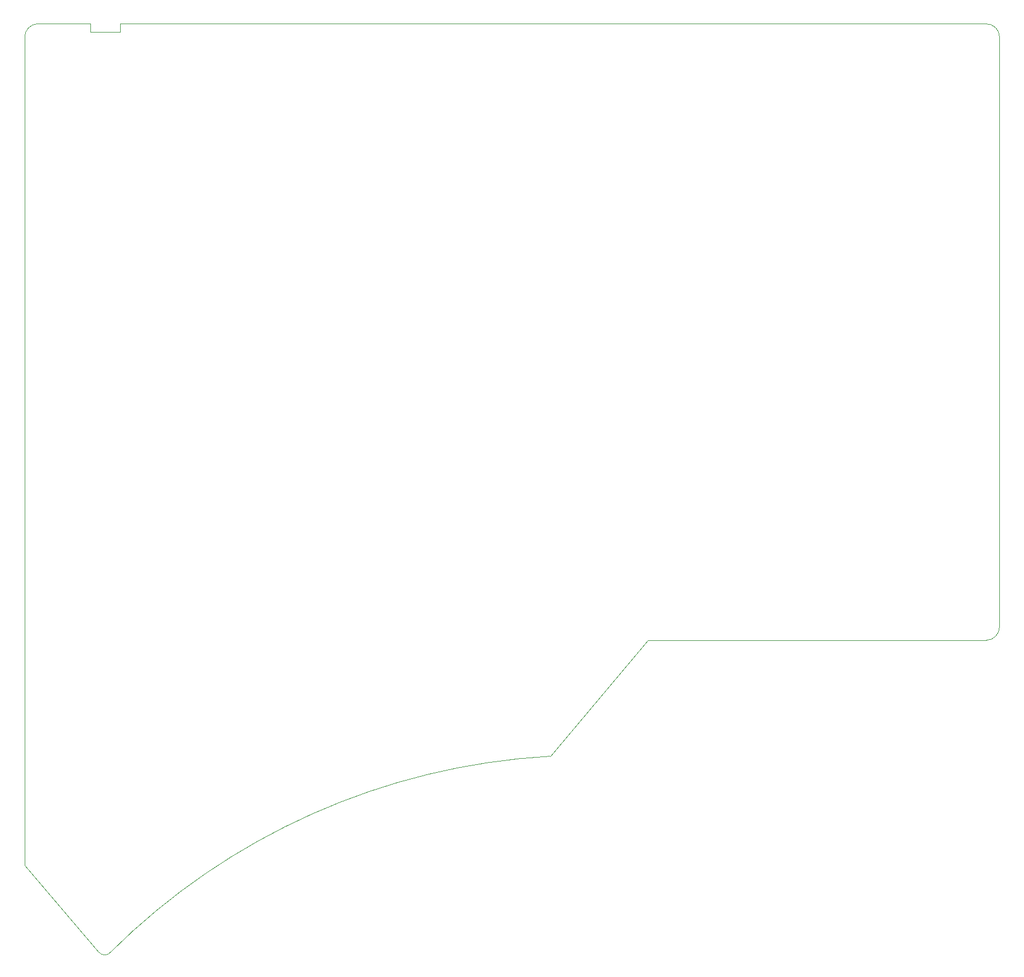
<source format=gbr>
%TF.GenerationSoftware,KiCad,Pcbnew,(6.0.5)*%
%TF.CreationDate,2022-07-25T14:12:34-03:00*%
%TF.ProjectId,bluejay_right,626c7565-6a61-4795-9f72-696768742e6b,rev?*%
%TF.SameCoordinates,Original*%
%TF.FileFunction,Profile,NP*%
%FSLAX46Y46*%
G04 Gerber Fmt 4.6, Leading zero omitted, Abs format (unit mm)*
G04 Created by KiCad (PCBNEW (6.0.5)) date 2022-07-25 14:12:34*
%MOMM*%
%LPD*%
G01*
G04 APERTURE LIST*
%TA.AperFunction,Profile*%
%ADD10C,0.100000*%
%TD*%
%TA.AperFunction,Profile*%
%ADD11C,0.010000*%
%TD*%
G04 APERTURE END LIST*
D10*
X85928875Y-34810000D02*
X85927845Y54177750D01*
X-57800000Y56200000D02*
X-59200000Y56175000D01*
X83928877Y-36836781D02*
G75*
G03*
X85928875Y-34810000I-20477J2020381D01*
G01*
X-59200000Y56175000D02*
G75*
G03*
X-61077843Y54170000I138329J-2011431D01*
G01*
X83927845Y56170000D02*
X-40600000Y56200000D01*
X-49877844Y-83900000D02*
X-61077844Y-70830000D01*
X32922156Y-36830000D02*
X83928876Y-36836717D01*
X-49877844Y-83900000D02*
G75*
G03*
X-48107844Y-83870000I873490J694112D01*
G01*
X18172156Y-54330000D02*
G75*
G03*
X-48107844Y-83870000I5725316J-101973559D01*
G01*
X18172156Y-54330000D02*
X32922156Y-36830000D01*
X-61077843Y54170000D02*
X-61077844Y-70830000D01*
X85927874Y54177750D02*
G75*
G03*
X83927845Y56170000I-1977174J15150D01*
G01*
D11*
%TO.C,J2*%
X-51200000Y56200000D02*
X-57800000Y56200000D01*
X-46700000Y56200000D02*
X-46700000Y54900000D01*
X-40600000Y56200000D02*
X-46700000Y56200000D01*
X-46700000Y54900000D02*
X-51200000Y54900000D01*
X-51200000Y54900000D02*
X-51200000Y56200000D01*
%TD*%
M02*

</source>
